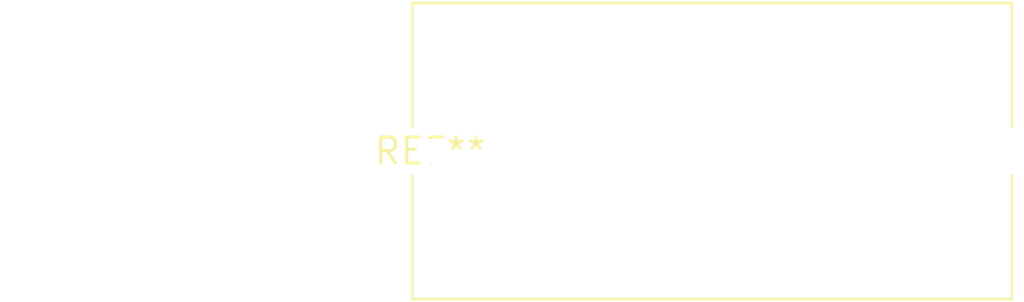
<source format=kicad_pcb>
(kicad_pcb (version 20240108) (generator pcbnew)
  (layers (0 "F.Cu" signal) (31 "B.Cu" signal) (34 "B.Paste" user) (35 "F.Paste" user) (36 "B.SilkS" user "B.Silkscreen") (37 "F.SilkS" user "F.Silkscreen") (38 "B.Mask" user) (39 "F.Mask" user) (44 "Edge.Cuts" user))
  (net 0 "")
  (footprint "C_Rect_L29.0mm_W14.2mm_P27.50mm_MKT" (layer "F.Cu") (at 0 0)
    (property "Reference" "REF**")
    (property "Value" "C_Rect_L29.0mm_W14.2mm_P27.50mm_MKT")
    (fp_line (start -0.87 -7.22) (end -0.87 -1.185) (layer "F.SilkS") (stroke (width 0.12)))
    (fp_line (start -0.87 -7.22) (end 28.37 -7.22) (layer "F.SilkS") (stroke (width 0.12)))
    (fp_line (start -0.87 1.185) (end -0.87 7.22) (layer "F.SilkS") (stroke (width 0.12)))
    (fp_line (start -0.87 7.22) (end 28.37 7.22) (layer "F.SilkS") (stroke (width 0.12)))
    (fp_line (start 28.37 -7.22) (end 28.37 -1.185) (layer "F.SilkS") (stroke (width 0.12)))
    (fp_line (start 28.37 1.185) (end 28.37 7.22) (layer "F.SilkS") (stroke (width 0.12)))
    (pad "1" thru_hole circle (at 0 0) (size 2.4 2.4) (drill 1.2) (layers *.Cu *.Mask) (remove_unused_layers))
    (pad "2" thru_hole circle (at 27.5 0) (size 2.4 2.4) (drill 1.2) (layers *.Cu *.Mask) (remove_unused_layers))
  )
)
</source>
